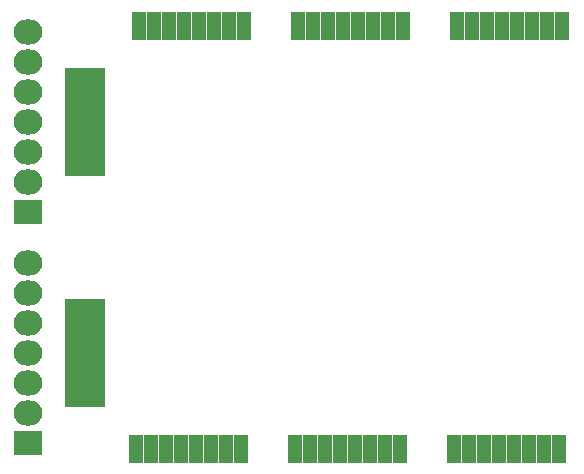
<source format=gbs>
G04 #@! TF.FileFunction,Soldermask,Bot*
%FSLAX46Y46*%
G04 Gerber Fmt 4.6, Leading zero omitted, Abs format (unit mm)*
G04 Created by KiCad (PCBNEW 4.0.4+e1-6308~48~ubuntu16.04.1-stable) date Mon Nov 28 22:29:59 2016*
%MOMM*%
%LPD*%
G01*
G04 APERTURE LIST*
%ADD10C,0.100000*%
%ADD11R,1.300000X2.400000*%
%ADD12R,3.400000X1.500000*%
%ADD13R,2.432000X2.127200*%
%ADD14O,2.432000X2.127200*%
G04 APERTURE END LIST*
D10*
D11*
X144780000Y-144526000D03*
X143510000Y-144526000D03*
X142240000Y-144526000D03*
X140970000Y-144526000D03*
X139700000Y-144526000D03*
X138430000Y-144526000D03*
X137160000Y-144526000D03*
X135890000Y-144526000D03*
X171704000Y-144526000D03*
X170434000Y-144526000D03*
X169164000Y-144526000D03*
X167894000Y-144526000D03*
X166624000Y-144526000D03*
X165354000Y-144526000D03*
X164084000Y-144526000D03*
X162814000Y-144526000D03*
D12*
X131588000Y-140208000D03*
X131588000Y-138938000D03*
X131588000Y-137668000D03*
X131588000Y-136398000D03*
X131588000Y-135128000D03*
X131588000Y-133858000D03*
X131588000Y-132588000D03*
D13*
X126746000Y-124460000D03*
D14*
X126746000Y-121920000D03*
X126746000Y-119380000D03*
X126746000Y-116840000D03*
X126746000Y-114300000D03*
X126746000Y-111760000D03*
X126746000Y-109220000D03*
D12*
X131588000Y-120650000D03*
X131588000Y-119380000D03*
X131588000Y-118110000D03*
X131588000Y-116840000D03*
X131588000Y-115570000D03*
X131588000Y-114300000D03*
X131588000Y-113030000D03*
D13*
X126746000Y-144018000D03*
D14*
X126746000Y-141478000D03*
X126746000Y-138938000D03*
X126746000Y-136398000D03*
X126746000Y-133858000D03*
X126746000Y-131318000D03*
X126746000Y-128778000D03*
D11*
X136144000Y-108712000D03*
X137414000Y-108712000D03*
X138684000Y-108712000D03*
X139954000Y-108712000D03*
X141224000Y-108712000D03*
X142494000Y-108712000D03*
X143764000Y-108712000D03*
X145034000Y-108712000D03*
X149606000Y-108712000D03*
X150876000Y-108712000D03*
X152146000Y-108712000D03*
X153416000Y-108712000D03*
X154686000Y-108712000D03*
X155956000Y-108712000D03*
X157226000Y-108712000D03*
X158496000Y-108712000D03*
X163068000Y-108712000D03*
X164338000Y-108712000D03*
X165608000Y-108712000D03*
X166878000Y-108712000D03*
X168148000Y-108712000D03*
X169418000Y-108712000D03*
X170688000Y-108712000D03*
X171958000Y-108712000D03*
X149606000Y-108712000D03*
X150876000Y-108712000D03*
X152146000Y-108712000D03*
X153416000Y-108712000D03*
X154686000Y-108712000D03*
X155956000Y-108712000D03*
X157226000Y-108712000D03*
X158496000Y-108712000D03*
X158242000Y-144526000D03*
X156972000Y-144526000D03*
X155702000Y-144526000D03*
X154432000Y-144526000D03*
X153162000Y-144526000D03*
X151892000Y-144526000D03*
X150622000Y-144526000D03*
X149352000Y-144526000D03*
M02*

</source>
